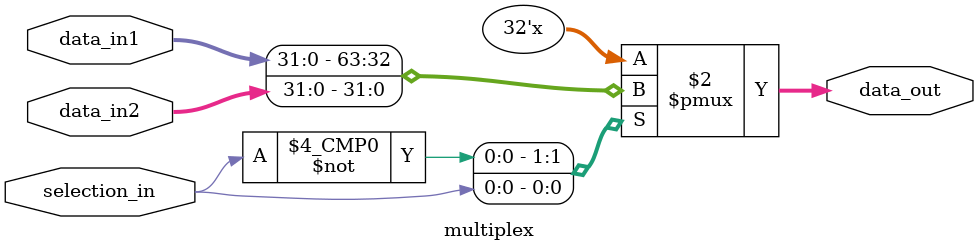
<source format=v>
module multiplex 
(
	selection_in,
	data_in1,
	data_in2,
	data_out
);

input selection_in;
input [31:0] data_in1;
input [31:0] data_in2;

output reg [31:0] data_out;

always@ (*)
	
	case (selection_in)
		1'b0: data_out = data_in1;
		1'b1: data_out = data_in2;
		default: data_out = 32'b1;
	endcase
endmodule
</source>
